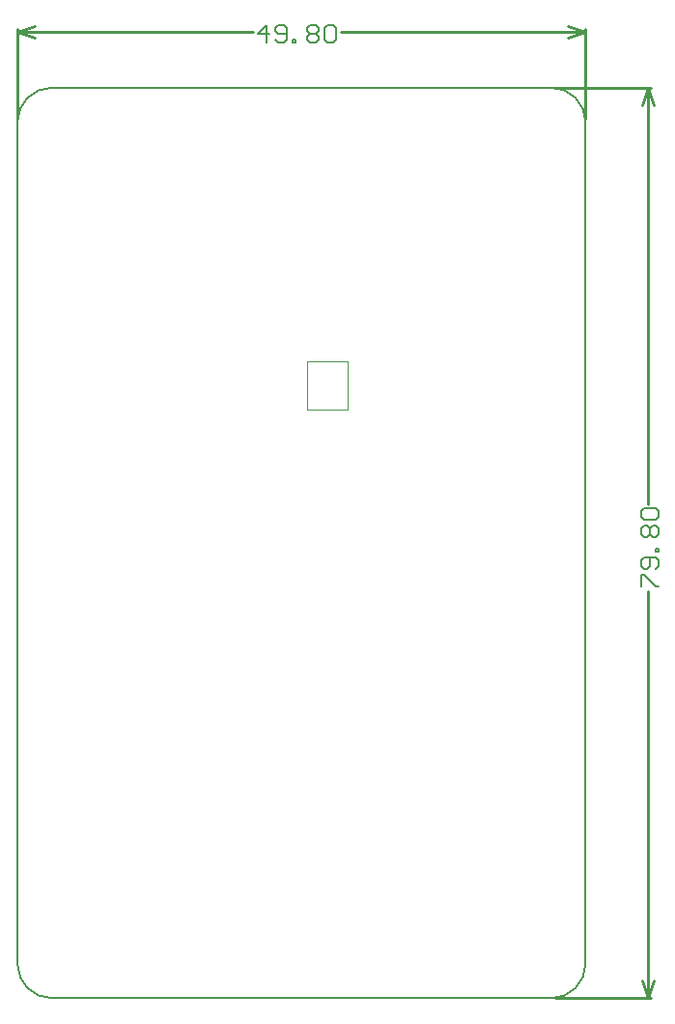
<source format=gbr>
G04 Layer_Color=16711935*
%FSLAX45Y45*%
%MOMM*%
%TF.FileFunction,Other,Mechanical_1*%
%TF.Part,Single*%
G01*
G75*
%TA.AperFunction,NonConductor*%
%ADD45C,0.12700*%
%ADD50C,0.25400*%
%ADD98C,0.05000*%
%ADD99C,0.15240*%
D45*
X4690000Y10000D02*
G03*
X4990000Y310000I0J300000D01*
G01*
X10000D02*
G03*
X310000Y10000I300000J0D01*
G01*
Y7990000D02*
G03*
X10000Y7690000I0J-300000D01*
G01*
X4990000D02*
G03*
X4690000Y7990000I-300000J0D01*
G01*
X309998Y10001D02*
X4690000D01*
X9999Y310000D02*
Y7690001D01*
X309998Y7990000D02*
X4690000D01*
X4989999Y310000D02*
Y7690001D01*
D50*
X4990000Y7715400D02*
Y8500364D01*
X10000Y7715400D02*
Y8500364D01*
X2842789Y8474964D02*
X4990000D01*
X10000D02*
X2075931D01*
X4837600Y8525764D02*
X4990000Y8474964D01*
X4837600Y8424164D02*
X4990000Y8474964D01*
X10000D02*
X162400Y8424164D01*
X10000Y8474964D02*
X162400Y8525764D01*
X4721750Y10000D02*
X5562346D01*
X4715400Y7990000D02*
X5562346D01*
X5536946Y10000D02*
Y3575931D01*
Y4342789D02*
Y7990000D01*
Y10000D02*
X5587746Y162400D01*
X5486146D02*
X5536946Y10000D01*
X5486146Y7837600D02*
X5536946Y7990000D01*
X5587746Y7837600D01*
D98*
X2546971Y5164890D02*
Y5594892D01*
X2906970D01*
Y5164890D02*
Y5594892D01*
X2546971Y5164890D02*
X2906970D01*
D99*
X2192746Y8383549D02*
Y8535899D01*
X2116571Y8459724D01*
X2218138D01*
X2268922Y8408941D02*
X2294313Y8383549D01*
X2345097D01*
X2370489Y8408941D01*
Y8510507D01*
X2345097Y8535899D01*
X2294313D01*
X2268922Y8510507D01*
Y8485116D01*
X2294313Y8459724D01*
X2370489D01*
X2421272Y8383549D02*
Y8408941D01*
X2446664D01*
Y8383549D01*
X2421272D01*
X2548231Y8510507D02*
X2573623Y8535899D01*
X2624406D01*
X2649798Y8510507D01*
Y8485116D01*
X2624406Y8459724D01*
X2649798Y8434332D01*
Y8408941D01*
X2624406Y8383549D01*
X2573623D01*
X2548231Y8408941D01*
Y8434332D01*
X2573623Y8459724D01*
X2548231Y8485116D01*
Y8510507D01*
X2573623Y8459724D02*
X2624406D01*
X2700582Y8510507D02*
X2725974Y8535899D01*
X2776757D01*
X2802149Y8510507D01*
Y8408941D01*
X2776757Y8383549D01*
X2725974D01*
X2700582Y8408941D01*
Y8510507D01*
X5476011Y3616571D02*
Y3718138D01*
X5501403D01*
X5602969Y3616571D01*
X5628361D01*
X5602969Y3768922D02*
X5628361Y3794313D01*
Y3845097D01*
X5602969Y3870489D01*
X5501403D01*
X5476011Y3845097D01*
Y3794313D01*
X5501403Y3768922D01*
X5526794D01*
X5552186Y3794313D01*
Y3870489D01*
X5628361Y3921272D02*
X5602969D01*
Y3946664D01*
X5628361D01*
Y3921272D01*
X5501403Y4048231D02*
X5476011Y4073623D01*
Y4124407D01*
X5501403Y4149798D01*
X5526794D01*
X5552186Y4124407D01*
X5577578Y4149798D01*
X5602969D01*
X5628361Y4124407D01*
Y4073623D01*
X5602969Y4048231D01*
X5577578D01*
X5552186Y4073623D01*
X5526794Y4048231D01*
X5501403D01*
X5552186Y4073623D02*
Y4124407D01*
X5501403Y4200582D02*
X5476011Y4225974D01*
Y4276757D01*
X5501403Y4302149D01*
X5602969D01*
X5628361Y4276757D01*
Y4225974D01*
X5602969Y4200582D01*
X5501403D01*
%TF.MD5,ad886ee25fe1ee96f5993ebcc9a3d639*%
M02*

</source>
